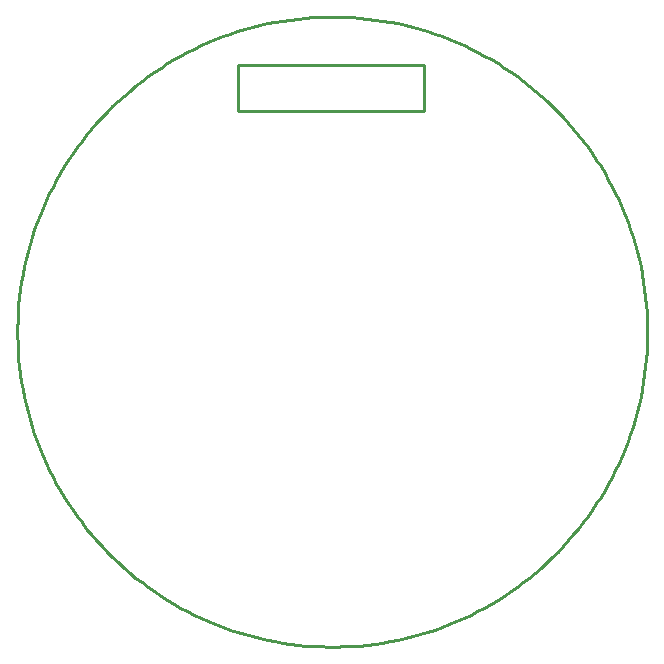
<source format=gbr>
G04 EAGLE Gerber RS-274X export*
G75*
%MOMM*%
%FSLAX34Y34*%
%LPD*%
%IN*%
%IPPOS*%
%AMOC8*
5,1,8,0,0,1.08239X$1,22.5*%
G01*
%ADD10C,0.254000*%


D10*
X266700Y-3273D02*
X266700Y3273D01*
X266539Y9817D01*
X266218Y16355D01*
X265737Y22884D01*
X265095Y29398D01*
X264294Y35895D01*
X263333Y42371D01*
X262214Y48820D01*
X260937Y55241D01*
X259503Y61628D01*
X257912Y67978D01*
X256166Y74287D01*
X254266Y80551D01*
X252212Y86767D01*
X250007Y92930D01*
X247651Y99038D01*
X245146Y105086D01*
X242493Y111070D01*
X239695Y116988D01*
X236751Y122835D01*
X233666Y128608D01*
X230439Y134304D01*
X227074Y139919D01*
X223571Y145449D01*
X219935Y150892D01*
X216165Y156244D01*
X212266Y161502D01*
X208238Y166663D01*
X204085Y171723D01*
X199810Y176680D01*
X195414Y181530D01*
X190900Y186271D01*
X186271Y190900D01*
X181530Y195414D01*
X176680Y199810D01*
X171723Y204085D01*
X166663Y208238D01*
X161502Y212266D01*
X156244Y216165D01*
X150892Y219935D01*
X145449Y223571D01*
X139919Y227074D01*
X134304Y230439D01*
X128608Y233666D01*
X122835Y236751D01*
X116988Y239695D01*
X111070Y242493D01*
X105086Y245146D01*
X99038Y247651D01*
X92930Y250007D01*
X86767Y252212D01*
X80551Y254266D01*
X74287Y256166D01*
X67978Y257912D01*
X61628Y259503D01*
X55241Y260937D01*
X48820Y262214D01*
X42371Y263333D01*
X35895Y264294D01*
X29398Y265095D01*
X22884Y265737D01*
X16355Y266218D01*
X9817Y266539D01*
X3273Y266700D01*
X-3273Y266700D01*
X-9817Y266539D01*
X-16355Y266218D01*
X-22884Y265737D01*
X-29398Y265095D01*
X-35895Y264294D01*
X-42371Y263333D01*
X-48820Y262214D01*
X-55241Y260937D01*
X-61628Y259503D01*
X-67978Y257912D01*
X-74287Y256166D01*
X-80551Y254266D01*
X-86767Y252212D01*
X-92930Y250007D01*
X-99038Y247651D01*
X-105086Y245146D01*
X-111070Y242493D01*
X-116988Y239695D01*
X-122835Y236751D01*
X-128608Y233666D01*
X-134304Y230439D01*
X-139919Y227074D01*
X-145449Y223571D01*
X-150892Y219935D01*
X-156244Y216165D01*
X-161502Y212266D01*
X-166663Y208238D01*
X-171723Y204085D01*
X-176680Y199810D01*
X-181530Y195414D01*
X-186271Y190900D01*
X-190900Y186271D01*
X-195414Y181530D01*
X-199810Y176680D01*
X-204085Y171723D01*
X-208238Y166663D01*
X-212266Y161502D01*
X-216165Y156244D01*
X-219935Y150892D01*
X-223571Y145449D01*
X-227074Y139919D01*
X-230439Y134304D01*
X-233666Y128608D01*
X-236751Y122835D01*
X-239695Y116988D01*
X-242493Y111070D01*
X-245146Y105086D01*
X-247651Y99038D01*
X-250007Y92930D01*
X-252212Y86767D01*
X-254266Y80551D01*
X-256166Y74287D01*
X-257912Y67978D01*
X-259503Y61628D01*
X-260937Y55241D01*
X-262214Y48820D01*
X-263333Y42371D01*
X-264294Y35895D01*
X-265095Y29398D01*
X-265737Y22884D01*
X-266218Y16355D01*
X-266539Y9817D01*
X-266700Y3273D01*
X-266700Y-3273D01*
X-266539Y-9817D01*
X-266218Y-16355D01*
X-265737Y-22884D01*
X-265095Y-29398D01*
X-264294Y-35895D01*
X-263333Y-42371D01*
X-262214Y-48820D01*
X-260937Y-55241D01*
X-259503Y-61628D01*
X-257912Y-67978D01*
X-256166Y-74287D01*
X-254266Y-80551D01*
X-252212Y-86767D01*
X-250007Y-92930D01*
X-247651Y-99038D01*
X-245146Y-105086D01*
X-242493Y-111070D01*
X-239695Y-116988D01*
X-236751Y-122835D01*
X-233666Y-128608D01*
X-230439Y-134304D01*
X-227074Y-139919D01*
X-223571Y-145449D01*
X-219935Y-150892D01*
X-216165Y-156244D01*
X-212266Y-161502D01*
X-208238Y-166663D01*
X-204085Y-171723D01*
X-199810Y-176680D01*
X-195414Y-181530D01*
X-190900Y-186271D01*
X-186271Y-190900D01*
X-181530Y-195414D01*
X-176680Y-199810D01*
X-171723Y-204085D01*
X-166663Y-208238D01*
X-161502Y-212266D01*
X-156244Y-216165D01*
X-150892Y-219935D01*
X-145449Y-223571D01*
X-139919Y-227074D01*
X-134304Y-230439D01*
X-128608Y-233666D01*
X-122835Y-236751D01*
X-116988Y-239695D01*
X-111070Y-242493D01*
X-105086Y-245146D01*
X-99038Y-247651D01*
X-92930Y-250007D01*
X-86767Y-252212D01*
X-80551Y-254266D01*
X-74287Y-256166D01*
X-67978Y-257912D01*
X-61628Y-259503D01*
X-55241Y-260937D01*
X-48820Y-262214D01*
X-42371Y-263333D01*
X-35895Y-264294D01*
X-29398Y-265095D01*
X-22884Y-265737D01*
X-16355Y-266218D01*
X-9817Y-266539D01*
X-3273Y-266700D01*
X3273Y-266700D01*
X9817Y-266539D01*
X16355Y-266218D01*
X22884Y-265737D01*
X29398Y-265095D01*
X35895Y-264294D01*
X42371Y-263333D01*
X48820Y-262214D01*
X55241Y-260937D01*
X61628Y-259503D01*
X67978Y-257912D01*
X74287Y-256166D01*
X80551Y-254266D01*
X86767Y-252212D01*
X92930Y-250007D01*
X99038Y-247651D01*
X105086Y-245146D01*
X111070Y-242493D01*
X116988Y-239695D01*
X122835Y-236751D01*
X128608Y-233666D01*
X134304Y-230439D01*
X139919Y-227074D01*
X145449Y-223571D01*
X150892Y-219935D01*
X156244Y-216165D01*
X161502Y-212266D01*
X166663Y-208238D01*
X171723Y-204085D01*
X176680Y-199810D01*
X181530Y-195414D01*
X186271Y-190900D01*
X190900Y-186271D01*
X195414Y-181530D01*
X199810Y-176680D01*
X204085Y-171723D01*
X208238Y-166663D01*
X212266Y-161502D01*
X216165Y-156244D01*
X219935Y-150892D01*
X223571Y-145449D01*
X227074Y-139919D01*
X230439Y-134304D01*
X233666Y-128608D01*
X236751Y-122835D01*
X239695Y-116988D01*
X242493Y-111070D01*
X245146Y-105086D01*
X247651Y-99038D01*
X250007Y-92930D01*
X252212Y-86767D01*
X254266Y-80551D01*
X256166Y-74287D01*
X257912Y-67978D01*
X259503Y-61628D01*
X260937Y-55241D01*
X262214Y-48820D01*
X263333Y-42371D01*
X264294Y-35895D01*
X265095Y-29398D01*
X265737Y-22884D01*
X266218Y-16355D01*
X266539Y-9817D01*
X266700Y-3273D01*
X-80010Y186690D02*
X77470Y186690D01*
X77470Y225552D01*
X-80010Y225552D01*
X-80010Y186690D01*
M02*

</source>
